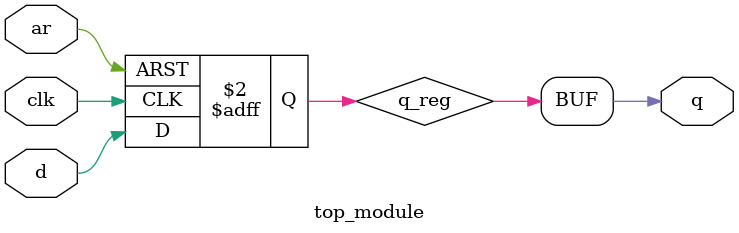
<source format=sv>
module top_module (
    input clk,
    input d,
    input ar,
    output logic q
);

// Register to hold the state of q
logic q_reg;

// Combinational logic to continuously assign q from q_reg
assign q = q_reg;

always_ff @(posedge clk or posedge ar) begin
    if (ar) begin
        q_reg <= 1'b0; // asynchronously reset q to 0
    end else begin
        q_reg <= d; // assign the input d to q on clock's rising edge
    end
end

endmodule

</source>
